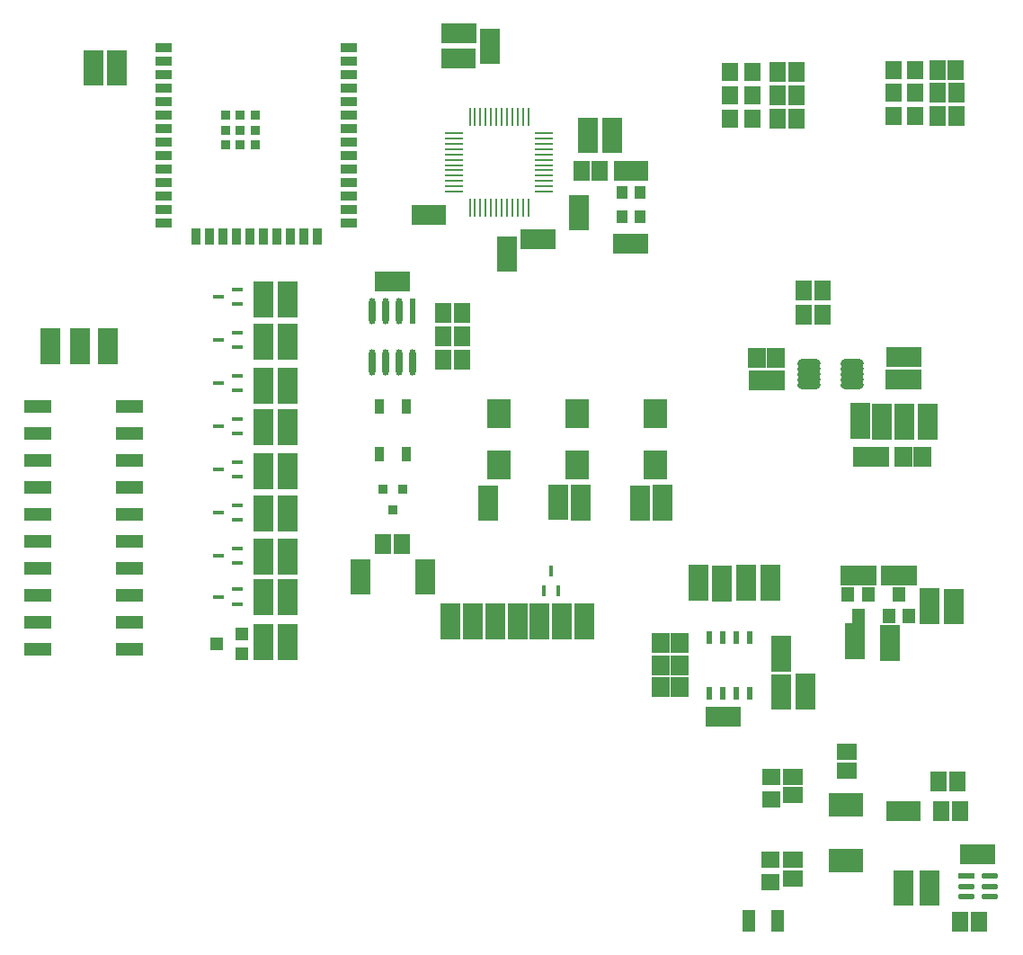
<source format=gtp>
G04*
G04 #@! TF.GenerationSoftware,Altium Limited,Altium Designer,24.6.1 (21)*
G04*
G04 Layer_Color=8421504*
%FSLAX44Y44*%
%MOMM*%
G71*
G04*
G04 #@! TF.SameCoordinates,AFB4F5FC-0506-43F6-848E-FD61737C44D3*
G04*
G04*
G04 #@! TF.FilePolarity,Positive*
G04*
G01*
G75*
%ADD19R,1.6080X1.8080*%
%ADD20R,0.2794X1.7780*%
%ADD21R,1.7780X0.2794*%
%ADD22O,2.2080X0.8080*%
%ADD23R,0.9000X0.9000*%
%ADD24R,0.9000X1.5000*%
%ADD25R,1.5000X0.9000*%
%ADD26R,1.8580X1.7080*%
%ADD27R,2.5654X1.2700*%
%ADD28R,1.7080X1.8580*%
%ADD29R,1.8080X1.9580*%
%ADD30R,0.9000X1.3500*%
%ADD31R,1.9580X1.8080*%
%ADD32R,1.6080X1.9580*%
%ADD33R,1.9580X1.6080*%
%ADD34R,1.1430X2.0320*%
%ADD35R,3.3000X2.3000*%
%ADD36R,1.1176X0.4572*%
G04:AMPARAMS|DCode=37|XSize=1.5544mm|YSize=0.5721mm|CornerRadius=0.2861mm|HoleSize=0mm|Usage=FLASHONLY|Rotation=0.000|XOffset=0mm|YOffset=0mm|HoleType=Round|Shape=RoundedRectangle|*
%AMROUNDEDRECTD37*
21,1,1.5544,0.0000,0,0,0.0*
21,1,0.9823,0.5721,0,0,0.0*
1,1,0.5721,0.4911,0.0000*
1,1,0.5721,-0.4911,0.0000*
1,1,0.5721,-0.4911,0.0000*
1,1,0.5721,0.4911,0.0000*
%
%ADD37ROUNDEDRECTD37*%
%ADD38R,1.5544X0.5721*%
%ADD39R,0.4572X1.1176*%
%ADD40R,2.2000X2.8000*%
%ADD41R,0.8500X0.8500*%
%ADD42R,0.6221X2.4692*%
G04:AMPARAMS|DCode=43|XSize=2.4692mm|YSize=0.6221mm|CornerRadius=0.3111mm|HoleSize=0mm|Usage=FLASHONLY|Rotation=270.000|XOffset=0mm|YOffset=0mm|HoleType=Round|Shape=RoundedRectangle|*
%AMROUNDEDRECTD43*
21,1,2.4692,0.0000,0,0,270.0*
21,1,1.8470,0.6221,0,0,270.0*
1,1,0.6221,0.0000,-0.9235*
1,1,0.6221,0.0000,0.9235*
1,1,0.6221,0.0000,0.9235*
1,1,0.6221,0.0000,-0.9235*
%
%ADD43ROUNDEDRECTD43*%
%ADD44R,1.0500X1.3000*%
%ADD45R,1.8080X1.6080*%
%ADD46R,0.4826X1.2573*%
%ADD47R,1.3080X1.4080*%
%ADD48R,1.3080X1.3080*%
D19*
X1455912Y1029186D02*
D03*
X1476912D02*
D03*
X1476912Y1073579D02*
D03*
X1455912D02*
D03*
X1476789Y1051329D02*
D03*
X1455789D02*
D03*
X1630512Y1032087D02*
D03*
X1609512D02*
D03*
X1630512Y1053486D02*
D03*
X1609512D02*
D03*
X1630512Y1074829D02*
D03*
X1609512D02*
D03*
D20*
X1265750Y945388D02*
D03*
X1260750D02*
D03*
X1255750D02*
D03*
X1250750D02*
D03*
X1245750D02*
D03*
X1240750D02*
D03*
X1235750D02*
D03*
X1230750D02*
D03*
X1225750D02*
D03*
X1220750D02*
D03*
X1215750D02*
D03*
X1210750D02*
D03*
Y1030732D02*
D03*
X1215750D02*
D03*
X1220750D02*
D03*
X1225750D02*
D03*
X1230750D02*
D03*
X1235750D02*
D03*
X1240750D02*
D03*
X1245750D02*
D03*
X1250750D02*
D03*
X1255750D02*
D03*
X1260750D02*
D03*
X1265750D02*
D03*
D21*
X1195578Y960560D02*
D03*
Y965560D02*
D03*
Y970560D02*
D03*
Y975560D02*
D03*
Y980560D02*
D03*
Y985560D02*
D03*
Y990560D02*
D03*
Y995560D02*
D03*
Y1000560D02*
D03*
Y1005560D02*
D03*
Y1010560D02*
D03*
Y1015560D02*
D03*
X1280922D02*
D03*
Y1010560D02*
D03*
Y1005560D02*
D03*
Y1000560D02*
D03*
Y995560D02*
D03*
Y990560D02*
D03*
Y985560D02*
D03*
Y980560D02*
D03*
Y975560D02*
D03*
Y970560D02*
D03*
Y965560D02*
D03*
Y960560D02*
D03*
D22*
X1530170Y798670D02*
D03*
Y793670D02*
D03*
Y788670D02*
D03*
Y783670D02*
D03*
X1571170Y798670D02*
D03*
Y793670D02*
D03*
Y778670D02*
D03*
Y783670D02*
D03*
Y788670D02*
D03*
X1530170Y778670D02*
D03*
D23*
X1008650Y1004610D02*
D03*
X994650D02*
D03*
X980650D02*
D03*
X1008650Y1018610D02*
D03*
X994650D02*
D03*
X980650D02*
D03*
X1008650Y1032610D02*
D03*
X994650D02*
D03*
X980650D02*
D03*
D24*
X1066800Y918210D02*
D03*
X1054100D02*
D03*
X1041400D02*
D03*
X1028700D02*
D03*
X1016000D02*
D03*
X1003300D02*
D03*
X990600D02*
D03*
X977900D02*
D03*
X965200D02*
D03*
X952500D02*
D03*
D25*
X1097150Y1095810D02*
D03*
Y1083110D02*
D03*
Y1070410D02*
D03*
Y1057710D02*
D03*
Y1045010D02*
D03*
Y1032310D02*
D03*
Y1019610D02*
D03*
Y1006910D02*
D03*
Y994210D02*
D03*
Y981510D02*
D03*
Y968810D02*
D03*
Y956110D02*
D03*
Y943410D02*
D03*
Y930710D02*
D03*
X922150D02*
D03*
Y943410D02*
D03*
Y956110D02*
D03*
Y968810D02*
D03*
Y981510D02*
D03*
Y994210D02*
D03*
Y1006910D02*
D03*
Y1019610D02*
D03*
Y1032310D02*
D03*
Y1045010D02*
D03*
Y1057710D02*
D03*
Y1070410D02*
D03*
Y1083110D02*
D03*
Y1095810D02*
D03*
D26*
X1599309Y735419D02*
D03*
Y752419D02*
D03*
X1578859Y735955D02*
D03*
Y752955D02*
D03*
X1641732Y735342D02*
D03*
Y752342D02*
D03*
X1620448Y735342D02*
D03*
Y752342D02*
D03*
X1606489Y527416D02*
D03*
Y544416D02*
D03*
X1016000Y587620D02*
D03*
Y570620D02*
D03*
X1038860Y625330D02*
D03*
Y608330D02*
D03*
X1016000Y665671D02*
D03*
Y648671D02*
D03*
X1038860Y665671D02*
D03*
Y648671D02*
D03*
X1016000Y608330D02*
D03*
Y625330D02*
D03*
X1038860Y706120D02*
D03*
Y689120D02*
D03*
X1016000Y706120D02*
D03*
Y689120D02*
D03*
X1038860Y747640D02*
D03*
Y730640D02*
D03*
Y587620D02*
D03*
Y570620D02*
D03*
X1016000Y747640D02*
D03*
Y730640D02*
D03*
X1038860Y544882D02*
D03*
Y527882D02*
D03*
X1016000Y544882D02*
D03*
Y527882D02*
D03*
X1038860Y867931D02*
D03*
Y850931D02*
D03*
Y828035D02*
D03*
Y811035D02*
D03*
X1016000Y828035D02*
D03*
Y811035D02*
D03*
Y867931D02*
D03*
Y850931D02*
D03*
Y786620D02*
D03*
Y769620D02*
D03*
X1038860Y786620D02*
D03*
Y769620D02*
D03*
X1276604Y564453D02*
D03*
Y547453D02*
D03*
X1255714Y564453D02*
D03*
Y547453D02*
D03*
X1234580Y564372D02*
D03*
Y547372D02*
D03*
X1213609Y564453D02*
D03*
Y547453D02*
D03*
X1192148Y564454D02*
D03*
Y547453D02*
D03*
X1318386Y547331D02*
D03*
Y564331D02*
D03*
X1297724Y547365D02*
D03*
Y564366D02*
D03*
X1392341Y659002D02*
D03*
Y676002D02*
D03*
X1315668Y659392D02*
D03*
Y676392D02*
D03*
X1526618Y481128D02*
D03*
Y498128D02*
D03*
X1573530Y528710D02*
D03*
Y545710D02*
D03*
X1643380Y561730D02*
D03*
Y578730D02*
D03*
X1503680Y534280D02*
D03*
Y517280D02*
D03*
X1470660Y600710D02*
D03*
Y583710D02*
D03*
X1426210Y600710D02*
D03*
Y583710D02*
D03*
X1447800Y583320D02*
D03*
Y600320D02*
D03*
X1493520Y584200D02*
D03*
Y601200D02*
D03*
X815340Y823450D02*
D03*
Y806450D02*
D03*
X870010Y823450D02*
D03*
Y806450D02*
D03*
X844035Y823450D02*
D03*
Y806450D02*
D03*
D27*
X804090Y529590D02*
D03*
Y554990D02*
D03*
Y580390D02*
D03*
Y605790D02*
D03*
Y631190D02*
D03*
Y656590D02*
D03*
Y681990D02*
D03*
Y707390D02*
D03*
Y732790D02*
D03*
Y758190D02*
D03*
X890090D02*
D03*
Y732790D02*
D03*
Y707390D02*
D03*
Y681990D02*
D03*
Y656590D02*
D03*
Y631190D02*
D03*
Y605790D02*
D03*
Y580390D02*
D03*
Y554990D02*
D03*
Y529590D02*
D03*
D28*
X1580270Y711200D02*
D03*
X1597270D02*
D03*
X1619640D02*
D03*
X1636640D02*
D03*
X1498600Y803910D02*
D03*
X1481600D02*
D03*
X1498706Y783072D02*
D03*
X1481706D02*
D03*
X1610750Y783590D02*
D03*
X1627750D02*
D03*
X1585586Y598890D02*
D03*
X1568586D02*
D03*
X1391040Y494030D02*
D03*
X1408040D02*
D03*
X1391040Y514740D02*
D03*
X1408040D02*
D03*
Y535940D02*
D03*
X1391040D02*
D03*
X1606686Y598890D02*
D03*
X1623686D02*
D03*
D29*
X1145920Y876300D02*
D03*
X1129920D02*
D03*
X1370370Y911869D02*
D03*
X1354370D02*
D03*
X1627250Y377190D02*
D03*
X1611250D02*
D03*
X1611358Y804780D02*
D03*
X1627358D02*
D03*
X1370710Y980440D02*
D03*
X1354710D02*
D03*
X1164210Y938530D02*
D03*
X1180210D02*
D03*
X1267080Y915670D02*
D03*
X1283080D02*
D03*
X1208530Y1109980D02*
D03*
X1192530D02*
D03*
X1208150Y1085850D02*
D03*
X1192150D02*
D03*
X1697084Y336467D02*
D03*
X1681084D02*
D03*
X1441541Y465797D02*
D03*
X1457540D02*
D03*
D30*
X1150706Y758729D02*
D03*
X1125706D02*
D03*
Y713229D02*
D03*
X1150706D02*
D03*
D31*
X1322070Y1021460D02*
D03*
Y1005460D02*
D03*
X878576Y1068960D02*
D03*
Y1084960D02*
D03*
X855980Y1068960D02*
D03*
Y1084960D02*
D03*
X1370813Y659409D02*
D03*
Y675409D02*
D03*
X1294130Y660020D02*
D03*
Y676020D02*
D03*
X1228090Y659640D02*
D03*
Y675640D02*
D03*
X1168543Y589800D02*
D03*
Y605800D02*
D03*
X1107777Y589790D02*
D03*
Y605790D02*
D03*
X1246221Y894134D02*
D03*
Y910134D02*
D03*
X1229360Y1105280D02*
D03*
Y1089280D02*
D03*
X1344930Y1005460D02*
D03*
Y1021460D02*
D03*
X1313180Y933070D02*
D03*
Y949070D02*
D03*
X1504406Y481628D02*
D03*
Y497628D02*
D03*
X1666240Y562230D02*
D03*
Y578230D02*
D03*
X1618836Y297087D02*
D03*
Y313087D02*
D03*
X1644027Y297087D02*
D03*
Y313087D02*
D03*
D32*
X1672730Y273050D02*
D03*
X1690230D02*
D03*
X1146706Y628650D02*
D03*
X1129206D02*
D03*
X1186109Y824310D02*
D03*
X1203609D02*
D03*
X1185969Y802720D02*
D03*
X1203469D02*
D03*
X1203497Y846531D02*
D03*
X1185997D02*
D03*
X1525550Y867410D02*
D03*
X1543050D02*
D03*
X1542910Y844277D02*
D03*
X1525410D02*
D03*
X1500812Y1073579D02*
D03*
X1518312D02*
D03*
X1500812Y1050986D02*
D03*
X1518312D02*
D03*
X1500786Y1029382D02*
D03*
X1518286D02*
D03*
X1651298Y1031686D02*
D03*
X1668798D02*
D03*
X1651339Y1053544D02*
D03*
X1668839D02*
D03*
X1651230Y1074649D02*
D03*
X1668730D02*
D03*
X1333360Y980440D02*
D03*
X1315860D02*
D03*
X1672450Y377190D02*
D03*
X1654950D02*
D03*
X1669910Y405130D02*
D03*
X1652410D02*
D03*
D33*
X1565910Y432930D02*
D03*
Y415430D02*
D03*
X1515474Y409871D02*
D03*
Y392371D02*
D03*
Y331418D02*
D03*
Y313918D02*
D03*
D34*
X1473835Y274320D02*
D03*
X1500505D02*
D03*
D35*
X1564640Y383370D02*
D03*
Y330370D02*
D03*
D36*
X991870Y610870D02*
D03*
Y624840D02*
D03*
X973836Y617855D02*
D03*
X991870Y692150D02*
D03*
Y706120D02*
D03*
X973836Y699135D02*
D03*
X973963Y579120D02*
D03*
X991997Y586105D02*
D03*
Y572135D02*
D03*
X991870Y651510D02*
D03*
Y665480D02*
D03*
X973836Y658495D02*
D03*
Y739775D02*
D03*
X991870Y746760D02*
D03*
Y732790D02*
D03*
X973836Y780415D02*
D03*
X991870Y787400D02*
D03*
Y773430D02*
D03*
X973836Y861695D02*
D03*
X991870Y868680D02*
D03*
Y854710D02*
D03*
X973836Y821055D02*
D03*
X991870Y828040D02*
D03*
Y814070D02*
D03*
D37*
X1700894Y316097D02*
D03*
Y306597D02*
D03*
Y297097D02*
D03*
X1678889D02*
D03*
Y306597D02*
D03*
D38*
Y316097D02*
D03*
D39*
X1280443Y584953D02*
D03*
X1294413D02*
D03*
X1287428Y602987D02*
D03*
D40*
X1385570Y703580D02*
D03*
Y751580D02*
D03*
X1311910Y703580D02*
D03*
Y751580D02*
D03*
X1238250Y703580D02*
D03*
Y751580D02*
D03*
D41*
X1147706Y680767D02*
D03*
X1128706D02*
D03*
X1138206Y660767D02*
D03*
D42*
X1156970Y848372D02*
D03*
D43*
X1144270D02*
D03*
X1131570D02*
D03*
X1118870D02*
D03*
Y800100D02*
D03*
X1131570D02*
D03*
X1144270D02*
D03*
X1156970D02*
D03*
D44*
X1371460Y937190D02*
D03*
Y960190D02*
D03*
X1353960D02*
D03*
Y937190D02*
D03*
D45*
X1494442Y409687D02*
D03*
Y388687D02*
D03*
X1493520Y331470D02*
D03*
Y310470D02*
D03*
D46*
X1474470Y540575D02*
D03*
X1461770D02*
D03*
X1449070D02*
D03*
X1436370D02*
D03*
Y488125D02*
D03*
X1449070D02*
D03*
X1461770D02*
D03*
X1474470D02*
D03*
D47*
X1615186Y581110D02*
D03*
X1624686Y561110D02*
D03*
X1605686D02*
D03*
X1576476D02*
D03*
X1566976Y581110D02*
D03*
X1585976D02*
D03*
D48*
X996250Y525170D02*
D03*
Y544170D02*
D03*
X972250Y534670D02*
D03*
M02*

</source>
